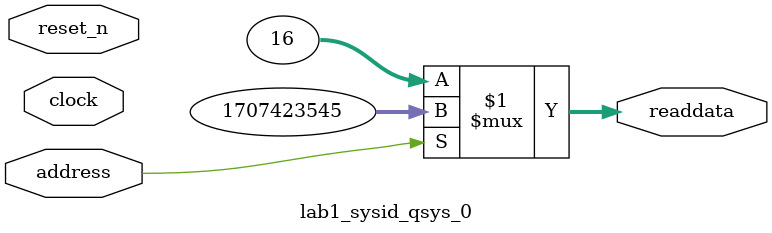
<source format=v>



// synthesis translate_off
`timescale 1ns / 1ps
// synthesis translate_on

// turn off superfluous verilog processor warnings 
// altera message_level Level1 
// altera message_off 10034 10035 10036 10037 10230 10240 10030 

module lab1_sysid_qsys_0 (
               // inputs:
                address,
                clock,
                reset_n,

               // outputs:
                readdata
             )
;

  output  [ 31: 0] readdata;
  input            address;
  input            clock;
  input            reset_n;

  wire    [ 31: 0] readdata;
  //control_slave, which is an e_avalon_slave
  assign readdata = address ? 1707423545 : 16;

endmodule



</source>
